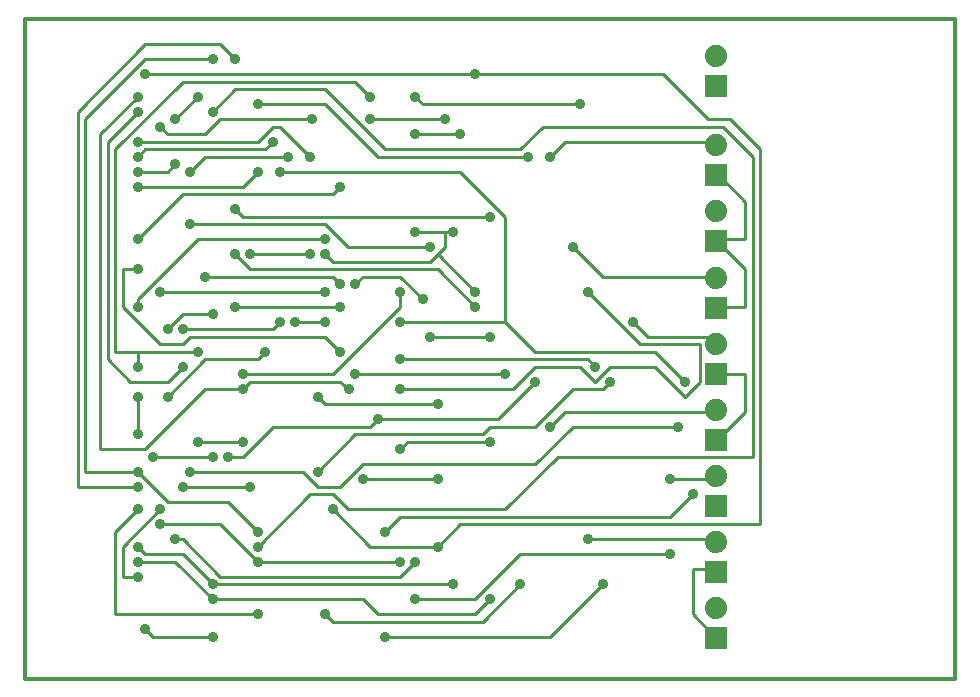
<source format=gbr>
G75*
G70*
%OFA0B0*%
%FSLAX25Y25*%
%IPPOS*%
%LPD*%
%AMOC8*
5,1,8,0,0,1.08239X$1,22.5*
%
%ADD10C,0.01181*%
%ADD11R,0.07400X0.07400*%
%ADD12C,0.07400*%
%ADD13C,0.01000*%
%ADD14C,0.03600*%
D10*
X0008466Y0003830D02*
X0318466Y0003830D01*
X0318466Y0223830D01*
X0008466Y0223830D01*
X0008466Y0003830D01*
D11*
X0238663Y0017279D03*
X0238663Y0039326D03*
X0238663Y0061373D03*
X0238663Y0083420D03*
X0238663Y0105468D03*
X0238663Y0127515D03*
X0238663Y0149562D03*
X0238663Y0171609D03*
X0238663Y0201531D03*
D12*
X0238663Y0211531D03*
X0238663Y0181609D03*
X0238663Y0159562D03*
X0238663Y0137515D03*
X0238663Y0115468D03*
X0238663Y0093420D03*
X0238663Y0071373D03*
X0238663Y0049326D03*
X0238663Y0027279D03*
D13*
X0230966Y0025330D02*
X0230966Y0040330D01*
X0238466Y0040330D01*
X0238663Y0039326D01*
X0238663Y0049326D02*
X0238466Y0050330D01*
X0195966Y0050330D01*
X0200966Y0035330D02*
X0183466Y0017830D01*
X0128466Y0017830D01*
X0125966Y0025330D02*
X0158466Y0025330D01*
X0163466Y0030330D01*
X0158466Y0030330D02*
X0173466Y0045330D01*
X0223466Y0045330D01*
X0223466Y0057830D02*
X0230966Y0065330D01*
X0238466Y0070330D02*
X0238663Y0071373D01*
X0238466Y0070330D02*
X0223466Y0070330D01*
X0223466Y0057830D02*
X0133466Y0057830D01*
X0128466Y0052830D01*
X0123466Y0047830D02*
X0110966Y0060330D01*
X0110966Y0065330D02*
X0103466Y0065330D01*
X0085966Y0047830D01*
X0085966Y0042830D02*
X0133466Y0042830D01*
X0133466Y0037830D02*
X0073466Y0037830D01*
X0060966Y0050330D01*
X0058466Y0050330D01*
X0060966Y0045330D02*
X0048466Y0045330D01*
X0045966Y0047830D01*
X0045966Y0042830D02*
X0058466Y0042830D01*
X0070966Y0030330D01*
X0120966Y0030330D01*
X0125966Y0025330D01*
X0138466Y0030330D02*
X0158466Y0030330D01*
X0150966Y0035330D02*
X0070966Y0035330D01*
X0060966Y0045330D01*
X0053466Y0055330D02*
X0073466Y0055330D01*
X0085966Y0042830D01*
X0085966Y0052830D02*
X0075966Y0062830D01*
X0055966Y0062830D01*
X0045966Y0072830D01*
X0028466Y0072830D01*
X0028466Y0190330D01*
X0048466Y0210330D01*
X0070966Y0210330D01*
X0073466Y0215330D02*
X0048466Y0215330D01*
X0025966Y0192830D01*
X0025966Y0067830D01*
X0045966Y0067830D01*
X0045966Y0060330D02*
X0038466Y0052830D01*
X0038466Y0025330D01*
X0085966Y0025330D01*
X0070966Y0017830D02*
X0050966Y0017830D01*
X0048466Y0020330D01*
X0045966Y0037830D02*
X0040966Y0037830D01*
X0040966Y0047830D01*
X0053466Y0060330D01*
X0060966Y0067830D02*
X0083466Y0067830D01*
X0080966Y0077830D02*
X0075966Y0077830D01*
X0070966Y0077830D02*
X0050966Y0077830D01*
X0048466Y0080330D02*
X0068466Y0100330D01*
X0080966Y0100330D01*
X0083466Y0102830D01*
X0113466Y0102830D01*
X0116466Y0100330D01*
X0118466Y0105330D02*
X0168466Y0105330D01*
X0170966Y0100330D02*
X0178466Y0107830D01*
X0193466Y0107830D01*
X0198466Y0102830D01*
X0203466Y0107830D01*
X0218466Y0107830D01*
X0228466Y0097830D01*
X0233466Y0102830D01*
X0233466Y0115330D01*
X0213466Y0115330D01*
X0195966Y0132830D01*
X0200966Y0137830D02*
X0238466Y0137830D01*
X0238663Y0137515D01*
X0248466Y0140330D02*
X0248466Y0127830D01*
X0240966Y0127830D01*
X0238663Y0127515D01*
X0238466Y0117830D02*
X0238663Y0115468D01*
X0238466Y0117830D02*
X0215966Y0117830D01*
X0210966Y0122830D01*
X0218466Y0112830D02*
X0178466Y0112830D01*
X0168466Y0122830D01*
X0133466Y0122830D01*
X0133466Y0127830D02*
X0110966Y0105330D01*
X0080966Y0105330D01*
X0085966Y0110330D02*
X0068466Y0110330D01*
X0055966Y0097830D01*
X0055966Y0102830D02*
X0043466Y0102830D01*
X0035966Y0110330D01*
X0035966Y0182830D01*
X0045966Y0192830D01*
X0045966Y0197830D02*
X0033466Y0185330D01*
X0033466Y0080330D01*
X0048466Y0080330D01*
X0045966Y0085330D02*
X0045966Y0097830D01*
X0055966Y0102830D02*
X0060966Y0107830D01*
X0065966Y0112830D02*
X0045966Y0112830D01*
X0045966Y0107830D01*
X0045966Y0112830D02*
X0038466Y0112830D01*
X0038466Y0180330D01*
X0060966Y0202830D01*
X0118466Y0202830D01*
X0123466Y0197830D01*
X0123466Y0190330D02*
X0148466Y0190330D01*
X0153466Y0185330D02*
X0138466Y0185330D01*
X0128466Y0180330D02*
X0173466Y0180330D01*
X0180966Y0187830D01*
X0240966Y0187830D01*
X0250966Y0177830D01*
X0250966Y0077830D01*
X0185966Y0077830D01*
X0168466Y0060330D01*
X0115966Y0060330D01*
X0110966Y0065330D01*
X0113466Y0067830D02*
X0105966Y0067830D01*
X0100966Y0072830D01*
X0063466Y0072830D01*
X0065966Y0082830D02*
X0080966Y0082830D01*
X0080966Y0077830D02*
X0090966Y0087830D01*
X0123466Y0087830D01*
X0125966Y0090330D01*
X0165966Y0090330D01*
X0178466Y0102830D01*
X0170966Y0100330D02*
X0133466Y0100330D01*
X0133466Y0110330D02*
X0195966Y0110330D01*
X0198466Y0107830D01*
X0203466Y0102830D02*
X0200966Y0100330D01*
X0190966Y0100330D01*
X0178466Y0087830D01*
X0163466Y0087830D01*
X0160966Y0085330D01*
X0118466Y0085330D01*
X0105966Y0072830D01*
X0113466Y0067830D02*
X0120966Y0075330D01*
X0178466Y0075330D01*
X0190966Y0087830D01*
X0225966Y0087830D01*
X0238663Y0083420D02*
X0240966Y0085330D01*
X0248466Y0092830D01*
X0248466Y0105330D01*
X0240966Y0105330D01*
X0238663Y0105468D01*
X0228466Y0102830D02*
X0218466Y0112830D01*
X0238663Y0093420D02*
X0238466Y0092830D01*
X0188466Y0092830D01*
X0183466Y0087830D01*
X0163466Y0082830D02*
X0135966Y0082830D01*
X0133466Y0080330D01*
X0120966Y0070330D02*
X0145966Y0070330D01*
X0153466Y0055330D02*
X0145966Y0047830D01*
X0123466Y0047830D01*
X0133466Y0037830D02*
X0138466Y0042830D01*
X0153466Y0055330D02*
X0253466Y0055330D01*
X0253466Y0180330D01*
X0243466Y0190330D01*
X0235966Y0190330D01*
X0220966Y0205330D01*
X0158466Y0205330D01*
X0048466Y0205330D01*
X0058466Y0190330D02*
X0065966Y0197830D01*
X0070966Y0192830D02*
X0078466Y0200330D01*
X0108466Y0200330D01*
X0128466Y0180330D01*
X0125966Y0177830D02*
X0175966Y0177830D01*
X0183466Y0177830D02*
X0188466Y0182830D01*
X0238466Y0182830D01*
X0238663Y0181609D01*
X0238663Y0171609D02*
X0240966Y0170330D01*
X0248466Y0162830D01*
X0248466Y0150330D01*
X0240966Y0150330D01*
X0238663Y0149562D01*
X0240966Y0147830D01*
X0248466Y0140330D01*
X0200966Y0137830D02*
X0190966Y0147830D01*
X0168466Y0157830D02*
X0168466Y0122830D01*
X0163466Y0117830D02*
X0143466Y0117830D01*
X0133466Y0127830D02*
X0133466Y0132830D01*
X0133466Y0137830D02*
X0140966Y0130330D01*
X0133466Y0137830D02*
X0120966Y0137830D01*
X0118466Y0135330D01*
X0113466Y0135330D02*
X0110966Y0137830D01*
X0068466Y0137830D01*
X0078466Y0145330D02*
X0083466Y0140330D01*
X0145966Y0140330D01*
X0158466Y0127830D01*
X0158466Y0132830D02*
X0145966Y0145330D01*
X0143466Y0142830D01*
X0110966Y0142830D01*
X0108466Y0145330D01*
X0103466Y0145330D02*
X0083466Y0145330D01*
X0080966Y0157830D02*
X0163466Y0157830D01*
X0168466Y0157830D02*
X0153466Y0172830D01*
X0093466Y0172830D01*
X0095966Y0177830D02*
X0068466Y0177830D01*
X0063466Y0172830D01*
X0058466Y0175330D02*
X0055966Y0172830D01*
X0045966Y0172830D01*
X0045966Y0177830D02*
X0048466Y0180330D01*
X0088466Y0180330D01*
X0090966Y0182830D01*
X0090966Y0187830D02*
X0093466Y0187830D01*
X0103466Y0177830D01*
X0090966Y0187830D02*
X0085966Y0182830D01*
X0045966Y0182830D01*
X0053466Y0187830D02*
X0055966Y0185330D01*
X0068466Y0185330D01*
X0073466Y0190330D01*
X0103966Y0190330D01*
X0108466Y0195330D02*
X0125966Y0177830D01*
X0113466Y0167830D02*
X0110966Y0165330D01*
X0060966Y0165330D01*
X0045966Y0150330D01*
X0045966Y0140330D02*
X0040966Y0140330D01*
X0040966Y0127830D01*
X0053466Y0115330D01*
X0060966Y0115330D01*
X0063466Y0117830D01*
X0108466Y0117830D01*
X0113466Y0112830D01*
X0108466Y0122830D02*
X0098466Y0122830D01*
X0093466Y0122830D02*
X0090966Y0120330D01*
X0060966Y0120330D01*
X0060966Y0125330D02*
X0070966Y0125330D01*
X0078466Y0127830D02*
X0113466Y0127830D01*
X0108466Y0132830D02*
X0053466Y0132830D01*
X0045966Y0130330D02*
X0045966Y0127830D01*
X0045966Y0130330D02*
X0065966Y0150330D01*
X0108466Y0150330D01*
X0108466Y0155330D02*
X0063466Y0155330D01*
X0078466Y0160330D02*
X0080966Y0157830D01*
X0080966Y0167830D02*
X0045966Y0167830D01*
X0080966Y0167830D02*
X0085966Y0172830D01*
X0108466Y0155330D02*
X0115966Y0147830D01*
X0143466Y0147830D01*
X0145966Y0145330D02*
X0148466Y0147830D01*
X0148466Y0152830D01*
X0138466Y0152830D01*
X0148466Y0152830D02*
X0150966Y0152830D01*
X0140966Y0195330D02*
X0193466Y0195330D01*
X0140966Y0195330D02*
X0138466Y0197830D01*
X0108466Y0195330D02*
X0085966Y0195330D01*
X0078466Y0210330D02*
X0073466Y0215330D01*
X0060966Y0125330D02*
X0055966Y0120330D01*
X0085966Y0110330D02*
X0088466Y0112830D01*
X0105966Y0097830D02*
X0108466Y0095330D01*
X0145966Y0095330D01*
X0173466Y0035330D02*
X0160966Y0022830D01*
X0110966Y0022830D01*
X0108466Y0025330D01*
X0230966Y0025330D02*
X0238466Y0017830D01*
X0238663Y0017279D01*
D14*
X0223466Y0045330D03*
X0200966Y0035330D03*
X0195966Y0050330D03*
X0173466Y0035330D03*
X0163466Y0030330D03*
X0150966Y0035330D03*
X0138466Y0030330D03*
X0138466Y0042830D03*
X0133466Y0042830D03*
X0128466Y0052830D03*
X0145966Y0047830D03*
X0145966Y0070330D03*
X0133466Y0080330D03*
X0120966Y0070330D03*
X0110966Y0060330D03*
X0105966Y0072830D03*
X0083466Y0067830D03*
X0075966Y0077830D03*
X0070966Y0077830D03*
X0065966Y0082830D03*
X0063466Y0072830D03*
X0060966Y0067830D03*
X0053466Y0060330D03*
X0053466Y0055330D03*
X0045966Y0060330D03*
X0045966Y0067830D03*
X0045966Y0072830D03*
X0050966Y0077830D03*
X0045966Y0085330D03*
X0045966Y0097830D03*
X0055966Y0097830D03*
X0060966Y0107830D03*
X0065966Y0112830D03*
X0060966Y0120330D03*
X0055966Y0120330D03*
X0045966Y0127830D03*
X0053466Y0132830D03*
X0045966Y0140330D03*
X0045966Y0150330D03*
X0063466Y0155330D03*
X0078466Y0160330D03*
X0085966Y0172830D03*
X0093466Y0172830D03*
X0095966Y0177830D03*
X0090966Y0182830D03*
X0103466Y0177830D03*
X0103966Y0190330D03*
X0085966Y0195330D03*
X0070966Y0192830D03*
X0065966Y0197830D03*
X0058466Y0190330D03*
X0053466Y0187830D03*
X0045966Y0182830D03*
X0045966Y0177830D03*
X0045966Y0172830D03*
X0045966Y0167830D03*
X0058466Y0175330D03*
X0063466Y0172830D03*
X0045966Y0192830D03*
X0045966Y0197830D03*
X0048466Y0205330D03*
X0070966Y0210330D03*
X0078466Y0210330D03*
X0123466Y0197830D03*
X0123466Y0190330D03*
X0138466Y0185330D03*
X0148466Y0190330D03*
X0153466Y0185330D03*
X0138466Y0197830D03*
X0158466Y0205330D03*
X0193466Y0195330D03*
X0183466Y0177830D03*
X0175966Y0177830D03*
X0163466Y0157830D03*
X0150966Y0152830D03*
X0143466Y0147830D03*
X0138466Y0152830D03*
X0118466Y0135330D03*
X0113466Y0135330D03*
X0108466Y0132830D03*
X0113466Y0127830D03*
X0108466Y0122830D03*
X0098466Y0122830D03*
X0093466Y0122830D03*
X0088466Y0112830D03*
X0080966Y0105330D03*
X0080966Y0100330D03*
X0080966Y0082830D03*
X0105966Y0097830D03*
X0116466Y0100330D03*
X0118466Y0105330D03*
X0113466Y0112830D03*
X0133466Y0110330D03*
X0133466Y0100330D03*
X0125966Y0090330D03*
X0145966Y0095330D03*
X0163466Y0082830D03*
X0183466Y0087830D03*
X0178466Y0102830D03*
X0168466Y0105330D03*
X0163466Y0117830D03*
X0158466Y0127830D03*
X0158466Y0132830D03*
X0140966Y0130330D03*
X0133466Y0132830D03*
X0133466Y0122830D03*
X0143466Y0117830D03*
X0108466Y0145330D03*
X0103466Y0145330D03*
X0108466Y0150330D03*
X0113466Y0167830D03*
X0083466Y0145330D03*
X0078466Y0145330D03*
X0068466Y0137830D03*
X0078466Y0127830D03*
X0070966Y0125330D03*
X0045966Y0107830D03*
X0085966Y0052830D03*
X0085966Y0047830D03*
X0085966Y0042830D03*
X0070966Y0035330D03*
X0070966Y0030330D03*
X0085966Y0025330D03*
X0070966Y0017830D03*
X0048466Y0020330D03*
X0045966Y0037830D03*
X0045966Y0042830D03*
X0045966Y0047830D03*
X0058466Y0050330D03*
X0108466Y0025330D03*
X0128466Y0017830D03*
X0223466Y0070330D03*
X0230966Y0065330D03*
X0225966Y0087830D03*
X0228466Y0102830D03*
X0203466Y0102830D03*
X0198466Y0107830D03*
X0210966Y0122830D03*
X0195966Y0132830D03*
X0190966Y0147830D03*
M02*

</source>
